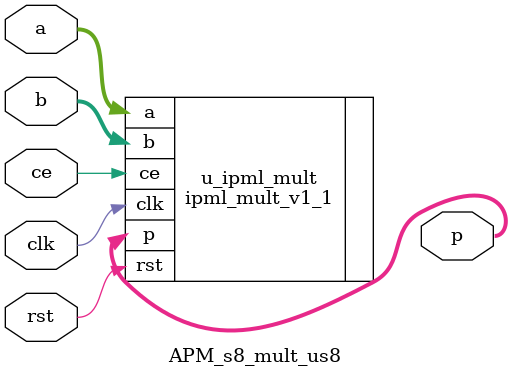
<source format=v>


module APM_s8_mult_us8
( 
     ce  ,
     rst ,
     clk ,
     a   ,
     b   ,
     p
);



localparam ASIZE = 8 ; //@IPC int 2,72

localparam BSIZE = 8 ; //@IPC int 2,72

localparam A_SIGNED = 1 ; //@IPC enum 0,1

localparam B_SIGNED = 0 ; //@IPC enum 0,1

localparam ASYNC_RST = 1 ; //@IPC enum 0,1

localparam OPTIMAL_TIMING = 0 ; //@IPC enum 0,1

localparam INREG_EN = 0 ; //@IPC enum 0,1

localparam PIPEREG_EN_1 = 0 ; //@IPC enum 0,1

localparam PIPEREG_EN_2 = 0 ; //@IPC enum 0,1

localparam PIPEREG_EN_3 = 0 ; //@IPC enum 0,1

localparam OUTREG_EN = 0 ; //@IPC enum 0,1

//tmp variable for ipc purpose 

localparam PIPE_STATUS = 0 ; //@IPC enum 0,1,2,3,4,5

localparam ASYNC_RST_BOOL = 1 ; //@IPC bool

localparam OPTIMAL_TIMING_BOOL = 0 ; //@IPC bool

//end of tmp variable
localparam  GRS_EN       = "FALSE"         ;  

localparam  PSIZE = ASIZE + BSIZE          ;  

input                 ce  ;
input                 rst ;
input                 clk ;
input  [ASIZE-1:0]    a   ;
input  [BSIZE-1:0]    b   ;
output [PSIZE-1:0]    p   ;

ipml_mult_v1_1
    #(  
    .ASIZE           ( ASIZE            ),
    .BSIZE           ( BSIZE            ),
    .OPTIMAL_TIMING  ( OPTIMAL_TIMING   ),    
    .INREG_EN        ( INREG_EN         ),    
    .PIPEREG_EN_1    ( PIPEREG_EN_1     ),     
    .PIPEREG_EN_2    ( PIPEREG_EN_2     ),
    .PIPEREG_EN_3    ( PIPEREG_EN_3     ),
    .OUTREG_EN       ( OUTREG_EN        ),
    .GRS_EN          ( GRS_EN           ),  
    .A_SIGNED        ( A_SIGNED         ),     
    .B_SIGNED        ( B_SIGNED         ),     
    .ASYNC_RST       ( ASYNC_RST        )      
    )u_ipml_mult
    (
    .ce              ( ce     ),
    .rst             ( rst    ),
    .clk             ( clk    ),
    .a               ( a      ),
    .b               ( b      ),
    .p               ( p      )
    );

endmodule


</source>
